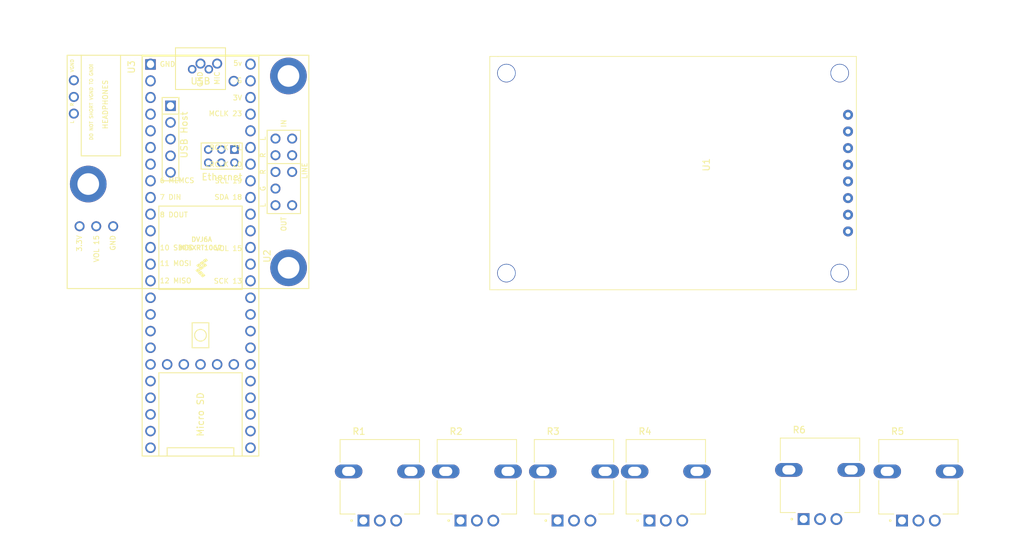
<source format=kicad_pcb>
(kicad_pcb (version 20240108) (generator "pcbnew") (generator_version "8.0")
  (layers (0 "F.Cu" signal) (31 "B.Cu" signal) (34 "B.Paste" user) (35 "F.Paste" user) (36 "B.SilkS" user "B.Silkscreen") (37 "F.SilkS" user "F.Silkscreen") (38 "B.Mask" user) (39 "F.Mask" user) (44 "Edge.Cuts" user))
  (net 0 "")
  (net 1 "Net-(U1-SDA)")
  (net 3 "Net-(U1-CS)")
  (net 4 "Net-(U1-SCL)")
  (net 5 "Net-(U1-RST)")
  (net 6 "Net-(U1-DC)")
  (net 76 "/SPI_SCK")
  (net 77 "/I2S_SDA")
  (net 78 "/I2S_TX")
  (net 79 "/SPI_CS")
  (net 80 "/I2S_MCLK")
  (net 81 "/I2S_RX")
  (net 82 "/I2S_BLCK")
  (net 83 "/I2S_SCL")
  (net 84 "/I2S_LRCLK")
  (net 85 "/SPI_MOSI")
  (net 86 "/3.3V")
  (net 88 "/ADSR_D")
  (net 89 "/ADSR_A")
  (net 90 "/ADSR_R")
  (net 91 "/ADSR_S")
  (net 93 "Net-(R1-SHIELD-PadS1)")
  (net 94 "Net-(R2-SHIELD-PadS1)")
  (net 95 "Net-(R3-SHIELD-PadS1)")
  (net 96 "Net-(R4-SHIELD-PadS1)")
  (net 97 "GND")
  (net 98 "/ModeSelect")
  (net 99 "/WaveFormSelector")
  (net 100 "/LFO_DEPTH")
  (net 101 "/LFO_RATE")
  (net 102 "LFOOut")
  (net 103 "AudioOut")
  (net 104 "Net-(R5-SHIELD-PadS1)")
  (net 105 "Net-(R6-SHIELD-PadS1)")
  (footprint "Library:Display_TFT_SPI_1.8" (layer "F.Cu") (at 115.68 29.49 -90)
    (property "Reference" "U1" (at 0 0 90) (layer "F.SilkS"))
    (property "Value" "Display_TFT_SPI_1.8")
    (fp_line (start -16.51 33.02) (end -16.51 31.75) (stroke (width 0.12)) (layer "F.SilkS"))
    (fp_line (start 19.05 33.02) (end -16.51 33.02) (stroke (width 0.12)) (layer "F.SilkS"))
    (fp_line (start -16.51 31.75) (end -16.51 -22.86) (stroke (width 0.12)) (layer "F.SilkS"))
    (fp_line (start 19.05 31.75) (end 19.05 33.02) (stroke (width 0.12)) (layer "F.SilkS"))
    (fp_line (start -16.51 -22.86) (end -12.7 -22.86) (stroke (width 0.12)) (layer "F.SilkS"))
    (fp_line (start 12.7 -22.86) (end -12.7 -22.86) (stroke (width 0.12)) (layer "F.SilkS"))
    (fp_line (start 12.7 -22.86) (end 19.05 -22.86) (stroke (width 0.12)) (layer "F.SilkS"))
    (fp_line (start 19.05 -22.86) (end 19.05 31.75) (stroke (width 0.12)) (layer "F.SilkS"))
    (pad "" thru_hole circle (at -13.97 -20.32 270) (size 2.8 2.8) (drill 2.6) (layers "*.Cu" "*.Mask"))
    (pad "" thru_hole circle (at -13.97 30.48 270) (size 2.8 2.8) (drill 2.6) (layers "*.Cu" "*.Mask"))
    (pad "" thru_hole circle (at 16.51 -20.32 270) (size 2.8 2.8) (drill 2.6) (layers "*.Cu" "*.Mask"))
    (pad "" thru_hole circle (at 16.51 30.48 270) (size 2.8 2.8) (drill 2.6) (layers "*.Cu" "*.Mask"))
    (pad "1" thru_hole circle (at -7.62 -21.59 270) (size 1.524 1.524) (drill 0.762) (layers "*.Cu" "*.Mask") (net 97 "GND"))
    (pad "2" thru_hole circle (at -5.08 -21.59 270) (size 1.524 1.524) (drill 0.762) (layers "*.Cu" "*.Mask") (net 86 "/3.3V"))
    (pad "3" thru_hole circle (at -2.54 -21.59 270) (size 1.524 1.524) (drill 0.762) (layers "*.Cu" "*.Mask") (net 4 "Net-(U1-SCL)"))
    (pad "4" thru_hole circle (at 0 -21.59 270) (size 1.524 1.524) (drill 0.762) (layers "*.Cu" "*.Mask") (net 1 "Net-(U1-SDA)"))
    (pad "5" thru_hole circle (at 2.54 -21.59 270) (size 1.524 1.524) (drill 0.762) (layers "*.Cu" "*.Mask") (net 5 "Net-(U1-RST)"))
    (pad "6" thru_hole circle (at 5.08 -21.59 270) (size 1.524 1.524) (drill 0.762) (layers "*.Cu" "*.Mask") (net 6 "Net-(U1-DC)"))
    (pad "7" thru_hole circle (at 7.62 -21.59 270) (size 1.524 1.524) (drill 0.762) (layers "*.Cu" "*.Mask") (net 3 "Net-(U1-CS)"))
    (pad "8" thru_hole circle (at 10.16 -21.59 270) (size 1.524 1.524) (drill 0.762) (layers "*.Cu" "*.Mask"))
  )
  (footprint "Library:TRIM_P0915N-FC15BR100K" (layer "F.Cu") (at 133 76)
    (property "Reference" "R6" (at -3.175 -6.096 0) (layer "F.SilkS"))
    (property "Value" "P0915N-FC15BR100K")
    (fp_line (start -6.05 -4.85) (end 6.05 -4.85) (stroke (width 0.127)) (layer "F.SilkS"))
    (fp_line (start -6.05 -1.4) (end -6.05 -4.85) (stroke (width 0.127)) (layer "F.SilkS"))
    (fp_line (start -6.05 6.5) (end -6.05 1.4) (stroke (width 0.127)) (layer "F.SilkS"))
    (fp_line (start -3.75 6.5) (end -6.05 6.5) (stroke (width 0.127)) (layer "F.SilkS"))
    (fp_line (start 6.05 -4.85) (end 6.05 -1.4) (stroke (width 0.127)) (layer "F.SilkS"))
    (fp_line (start 6.05 1.4) (end 6.05 6.5) (stroke (width 0.127)) (layer "F.SilkS"))
    (fp_line (start 6.05 6.5) (end 3.75 6.5) (stroke (width 0.127)) (layer "F.SilkS"))
    (fp_circle (center -4.3 7.5) (end -4.2 7.5) (stroke (width 0.2)) (fill none) (layer "F.SilkS"))
    (pad "1" thru_hole rect (at -2.5 7.5) (size 1.8 1.8) (drill 1.2) (layers "*.Cu" "*.Mask") (net 97 "GND"))
    (pad "2" thru_hole circle (at 0 7.5) (size 1.8 1.8) (drill 1.2) (layers "*.Cu" "*.Mask") (net 100 "/LFO_DEPTH"))
    (pad "3" thru_hole circle (at 2.5 7.5) (size 1.8 1.8) (drill 1.2) (layers "*.Cu" "*.Mask") (net 86 "/3.3V"))
    (pad "S1" thru_hole oval (at -4.75 0) (size 4.2 2.1) (drill oval 2 1.4) (layers "*.Cu" "*.Mask") (net 105 "Net-(R6-SHIELD-PadS1)"))
    (pad "S2" thru_hole oval (at 4.75 0) (size 4.2 2.1) (drill oval 2 1.4) (layers "*.Cu" "*.Mask") (net 105 "Net-(R6-SHIELD-PadS1)"))
  )
  (footprint "Library:TRIM_P0915N-FC15BR100K" (layer "F.Cu") (at 109.5 76.225)
    (property "Reference" "R4" (at -3.175 -6.096 360) (layer "F.SilkS"))
    (property "Value" "P0915N-FC15BR100K")
    (fp_line (start -6.05 -4.85) (end 6.05 -4.85) (stroke (width 0.127)) (layer "F.SilkS"))
    (fp_line (start -6.05 -1.4) (end -6.05 -4.85) (stroke (width 0.127)) (layer "F.SilkS"))
    (fp_line (start -6.05 6.5) (end -6.05 1.4) (stroke (width 0.127)) (layer "F.SilkS"))
    (fp_line (start -3.75 6.5) (end -6.05 6.5) (stroke (width 0.127)) (layer "F.SilkS"))
    (fp_line (start 6.05 -4.85) (end 6.05 -1.4) (stroke (width 0.127)) (layer "F.SilkS"))
    (fp_line (start 6.05 1.4) (end 6.05 6.5) (stroke (width 0.127)) (layer "F.SilkS"))
    (fp_line (start 6.05 6.5) (end 3.75 6.5) (stroke (width 0.127)) (layer "F.SilkS"))
    (fp_circle (center -4.3 7.5) (end -4.2 7.5) (stroke (width 0.2)) (fill none) (layer "F.SilkS"))
    (pad "1" thru_hole rect (at -2.5 7.5) (size 1.8 1.8) (drill 1.2) (layers "*.Cu" "*.Mask") (net 97 "GND"))
    (pad "2" thru_hole circle (at 0 7.5) (size 1.8 1.8) (drill 1.2) (layers "*.Cu" "*.Mask") (net 90 "/ADSR_R"))
    (pad "3" thru_hole circle (at 2.5 7.5) (size 1.8 1.8) (drill 1.2) (layers "*.Cu" "*.Mask") (net 86 "/3.3V"))
    (pad "S1" thru_hole oval (at -4.75 0) (size 4.2 2.1) (drill oval 2 1.4) (layers "*.Cu" "*.Mask") (net 96 "Net-(R4-SHIELD-PadS1)"))
    (pad "S2" thru_hole oval (at 4.75 0) (size 4.2 2.1) (drill oval 2 1.4) (layers "*.Cu" "*.Mask") (net 96 "Net-(R4-SHIELD-PadS1)"))
  )
  (footprint "Library:TRIM_P0915N-FC15BR100K" (layer "F.Cu") (at 95.5 76.225)
    (property "Reference" "R3" (at -3.175 -6.096 360) (layer "F.SilkS"))
    (property "Value" "P0915N-FC15BR100K")
    (fp_line (start -6.05 -4.85) (end 6.05 -4.85) (stroke (width 0.127)) (layer "F.SilkS"))
    (fp_line (start -6.05 -1.4) (end -6.05 -4.85) (stroke (width 0.127)) (layer "F.SilkS"))
    (fp_line (start -6.05 6.5) (end -6.05 1.4) (stroke (width 0.127)) (layer "F.SilkS"))
    (fp_line (start -3.75 6.5) (end -6.05 6.5) (stroke (width 0.127)) (layer "F.SilkS"))
    (fp_line (start 6.05 -4.85) (end 6.05 -1.4) (stroke (width 0.127)) (layer "F.SilkS"))
    (fp_line (start 6.05 1.4) (end 6.05 6.5) (stroke (width 0.127)) (layer "F.SilkS"))
    (fp_line (start 6.05 6.5) (end 3.75 6.5) (stroke (width 0.127)) (layer "F.SilkS"))
    (fp_circle (center -4.3 7.5) (end -4.2 7.5) (stroke (width 0.2)) (fill none) (layer "F.SilkS"))
    (pad "1" thru_hole rect (at -2.5 7.5) (size 1.8 1.8) (drill 1.2) (layers "*.Cu" "*.Mask") (net 97 "GND"))
    (pad "2" thru_hole circle (at 0 7.5) (size 1.8 1.8) (drill 1.2) (layers "*.Cu" "*.Mask") (net 91 "/ADSR_S"))
    (pad "3" thru_hole circle (at 2.5 7.5) (size 1.8 1.8) (drill 1.2) (layers "*.Cu" "*.Mask") (net 86 "/3.3V"))
    (pad "S1" thru_hole oval (at -4.75 0) (size 4.2 2.1) (drill oval 2 1.4) (layers "*.Cu" "*.Mask") (net 95 "Net-(R3-SHIELD-PadS1)"))
    (pad "S2" thru_hole oval (at 4.75 0) (size 4.2 2.1) (drill oval 2 1.4) (layers "*.Cu" "*.Mask") (net 95 "Net-(R3-SHIELD-PadS1)"))
  )
  (footprint "Library:TRIM_P0915N-FC15BR100K" (layer "F.Cu") (at 80.7 76.225)
    (property "Reference" "R2" (at -3.175 -6.096 360) (layer "F.SilkS"))
    (property "Value" "P0915N-FC15BR100K")
    (fp_line (start -6.05 -4.85) (end 6.05 -4.85) (stroke (width 0.127)) (layer "F.SilkS"))
    (fp_line (start -6.05 -1.4) (end -6.05 -4.85) (stroke (width 0.127)) (layer "F.SilkS"))
    (fp_line (start -6.05 6.5) (end -6.05 1.4) (stroke (width 0.127)) (layer "F.SilkS"))
    (fp_line (start -3.75 6.5) (end -6.05 6.5) (stroke (width 0.127)) (layer "F.SilkS"))
    (fp_line (start 6.05 -4.85) (end 6.05 -1.4) (stroke (width 0.127)) (layer "F.SilkS"))
    (fp_line (start 6.05 1.4) (end 6.05 6.5) (stroke (width 0.127)) (layer "F.SilkS"))
    (fp_line (start 6.05 6.5) (end 3.75 6.5) (stroke (width 0.127)) (layer "F.SilkS"))
    (fp_circle (center -4.3 7.5) (end -4.2 7.5) (stroke (width 0.2)) (fill none) (layer "F.SilkS"))
    (pad "1" thru_hole rect (at -2.5 7.5) (size 1.8 1.8) (drill 1.2) (layers "*.Cu" "*.Mask") (net 97 "GND"))
    (pad "2" thru_hole circle (at 0 7.5) (size 1.8 1.8) (drill 1.2) (layers "*.Cu" "*.Mask") (net 88 "/ADSR_D"))
    (pad "3" thru_hole circle (at 2.5 7.5) (size 1.8 1.8) (drill 1.2) (layers "*.Cu" "*.Mask") (net 86 "/3.3V"))
    (pad "S1" thru_hole oval (at -4.75 0) (size 4.2 2.1) (drill oval 2 1.4) (layers "*.Cu" "*.Mask") (net 94 "Net-(R2-SHIELD-PadS1)"))
    (pad "S2" thru_hole oval (at 4.75 0) (size 4.2 2.1) (drill oval 2 1.4) (layers "*.Cu" "*.Mask") (net 94 "Net-(R2-SHIELD-PadS1)"))
  )
  (footprint "Library:4.0audioshield" (layer "F.Cu") (at 30.95 14.07 -90)
    (property "Reference" "U3" (at 0.5207 2.89814 90) (layer "F.SilkS"))
    (property "Value" "Teensy4.0_AudioShield_REVD")
    (fp_line (start -1.27 12.7) (end -1.27 -24.13) (stroke (width 0.15)) (layer "F.SilkS"))
    (fp_line (start 34.29 12.7) (end -1.27 12.7) (stroke (width 0.15)) (layer "F.SilkS"))
    (fp_line (start 14.0589 10.5537) (end -1.26746 10.5537) (stroke (width 0.15)) (layer "F.SilkS"))
    (fp_line (start -1.26746 4.56438) (end 14.0589 4.56438) (stroke (width 0.15)) (layer "F.SilkS"))
    (fp_line (start 14.0589 4.56438) (end 14.0589 10.5537) (stroke (width 0.15)) (layer "F.SilkS"))
    (fp_line (start -1.27 1.27) (end 34.29 1.27) (stroke (width 0.15)) (layer "F.SilkS"))
    (fp_line (start 34.29 1.27) (end 34.29 -16.51) (stroke (width 0.15)) (layer "F.SilkS"))
    (fp_line (start -1.27 -16.51) (end -1.27 1.27) (stroke (width 0.15)) (layer "F.SilkS"))
    (fp_line (start 34.29 -16.51) (end -1.27 -16.51) (stroke (width 0.15)) (layer "F.SilkS"))
    (fp_line (start 10.16 -17.78) (end 15.24 -17.78) (stroke (width 0.15)) (layer "F.SilkS"))
    (fp_line (start 15.24 -17.78) (end 15.24 -22.86) (stroke (width 0.15)) (layer "F.SilkS"))
    (fp_line (start 22.86 -17.78) (end 15.24 -17.78) (stroke (width 0.15)) (layer "F.SilkS"))
    (fp_line (start 10.16 -22.86) (end 10.16 -17.78) (stroke (width 0.15)) (layer "F.SilkS"))
    (fp_line (start 15.24 -22.86) (end 10.16 -22.86) (stroke (width 0.15)) (layer "F.SilkS"))
    (fp_line (start 15.24 -22.86) (end 22.86 -22.86) (stroke (width 0.15)) (layer "F.SilkS"))
    (fp_line (start 22.86 -22.86) (end 22.86 -17.78) (stroke (width 0.15)) (layer "F.SilkS"))
    (fp_line (start -1.27 -24.13) (end 34.29 -24.13) (stroke (width 0.15)) (layer "F.SilkS"))
    (fp_line (start 34.29 -24.13) (end 34.29 12.7) (stroke (width 0.15)) (layer "F.SilkS"))
    (fp_text user "G" (at 2.57048 -13.563237 360) (layer "F.SilkS") (effects (font (size 0.762 0.762) (thickness 0.127))))
    (fp_text user "R" (at 13.97 -17.145 90) (layer "F.SilkS") (effects (font (size 0.762 0.762) (thickness 0.127))))
    (fp_text user "11 MOSI" (at 30.45206 -3.828566 360) (layer "F.SilkS") (effects (font (size 0.762 0.762) (thickness 0.127))))
    (fp_text user "LINE" (at 16.34236 -23.51024 90) (layer "F.SilkS") (effects (font (size 0.762 0.762) (thickness 0.127))))
    (fp_text user "3.3V" (at 27.40406 10.8458 90) (layer "F.SilkS") (effects (font (size 0.762 0.762) (thickness 0.127))))
    (fp_text user "GND" (at 27.331489 5.73278 90) (layer "F.SilkS") (effects (font (size 0.762 0.762) (thickness 0.127))))
    (fp_text user "R" (at 16.51 -17.145 90) (layer "F.SilkS") (effects (font (size 0.762 0.762) (thickness 0.127))))
    (fp_text user "HEADPHONES" (at 6.23316 6.88594 90) (layer "F.SilkS") (effects (font (size 0.762 0.762) (thickness 0.127))))
    (fp_text user "SCK 13" (at 33.14192 -11.80338 360) (layer "F.SilkS") (effects (font (size 0.762 0.762) (thickness 0.127))))
    (fp_text user "SDA 18" (at 20.35302 -11.857808 360) (layer "F.SilkS") (effects (font (size 0.762 0.762) (thickness 0.127))))
    (fp_text user "OUT" (at 24.4602 -20.31238 90) (layer "F.SilkS") (effects (font (size 0.762 0.762) (thickness 0.127))))
    (fp_text user "SCL 19" (at 17.86636 -11.875951 360) (layer "F.SilkS") (effects (font (size 0.762 0.762) (thickness 0.127))))
    (fp_text user "G" (at 19.05 -17.145 90) (layer "F.SilkS") (effects (font (size 0.762 0.762) (thickness 0.127))))
    (fp_text user "VOL 15" (at 28.220489 8.23976 90) (layer "F.SilkS") (effects (font (size 0.762 0.762) (thickness 0.127))))
    (fp_text user "DO NOT SHORT VGND TO GND!" (at 5.87756 9.02208 90) (layer "F.SilkS") (effects (font (size 0.508 0.508) (thickness 0.1016))))
    (fp_text user "L" (at 11.43 -17.145 90) (layer "F.SilkS") (effects (font (size 0.762 0.762) (thickness 0.127))))
    (fp_text user "7 DIN" (at 20.35302 -3.048423 360) (layer "F.SilkS") (effects (font (size 0.762 0.762) (thickness 0.127))))
    (fp_text user "10 SDCS" (at 28.067 -3.937423 360) (layer "F.SilkS") (effects (font (size 0.762 0.762) (thickness 0.127))))
    (fp_text user "BCLK 21" (at 12.79144 -11.476808 360) (layer "F.SilkS") (effects (font (size 0.762 0.762) (thickness 0.127))))
    (fp_text user "GND" (at 0.08636 -2.594852 360) (layer "F.SilkS") (effects (font (size 0.762 0.762) (thickness 0.127))))
    (fp_text user "GND" (at 2.3876 -7.56412 90) (layer "F.SilkS") (effects (font (size 0.762 0.762) (thickness 0.127))))
    (fp_text user "L" (at 21.59 -17.145 90) (layer "F.SilkS") (effects (font (size 0.762 0.762) (thickness 0.127))))
    (fp_text user "12 MISO" (at 33.09112 -3.828566 360) (layer "F.SilkS") (effects (font (size 0.762 0.762) (thickness 0.127))))
    (fp_text user "LRCLK 20" (at 15.3797 -11.16838 360) (layer "F.SilkS") (effects (font (size 0.762 0.762) (thickness 0.127))))
    (fp_text user "VGND" (at 0.32258 11.94054 90) (layer "F.SilkS") (effects (font (size 0.508 0.508) (thickness 0.1016))))
    (fp_text user "3V" (at 5.20954 -13.254808 360) (layer "F.SilkS") (effects (font (size 0.762 0.762) (thickness 0.127))))
    (fp_text user "VOL 15" (at 28.1686 -11.894094 360) (layer "F.SilkS") (effects (font (size 0.762 0.762) (thickness 0.127))))
    (fp_text user "8 DOUT" (at 23.04288 -3.556423 360) (layer "F.SilkS") (effects (font (size 0.762 0.762) (thickness 0.127))))
    (fp_text user "IN" (at 9.1186 -20.30984 90) (layer "F.SilkS") (effects (font (size 0.762 0.762) (thickness 0.127))))
    (fp_text user "5v" (at -0.05588 -13.291094 360) (layer "F.SilkS") (effects (font (size 0.762 0.762) (thickness 0.127))))
    (fp_text user "L" (at 8.90524 11.94054 90) (layer "F.SilkS") (effects (font (size 0.508 0.508) (thickness 0.1016))))
    (fp_text user "MIC" (at 2.224314 -10.15238 90) (layer "F.SilkS") (effects (font (size 0.762 0.762) (thickness 0.127))))
    (fp_text user "MCLK 23" (at 7.61492 -11.42238 360) (layer "F.SilkS") (effects (font (size 0.762 0.762) (thickness 0.127))))
    (fp_text user "R" (at 6.23316 11.94054 90) (layer "F.SilkS") (effects (font (size 0.508 0.508) (thickness 0.1016))))
    (fp_text user "6 MEMCS" (at 17.81556 -4.04628 360) (layer "F.SilkS") (effects (font (size 0.762 0.762) (thickness 0.127))))
    (pad "" thru_hole circle (at 1.88468 -21.02612 270) (size 5.588 5.588) (drill 3.302) (layers "*.Cu"))
    (pad "" thru_hole circle (at 18.35912 9.48944 270) (size 5.588 5.588) (drill 3.302) (layers "*.Cu"))
    (pad "" thru_hole circle (at 31.12262 -21.04644 270) (size 5.588 5.588) (drill 3.302) (layers "*.Cu"))
    (pad "1" thru_hole oval (at 0 0 270) (size 1.524 1.524) (drill 1.016) (layers "*.Cu" "*.Mask") (net 97 "GND"))
    (pad "2" thru_hole oval (at 2.54 0 270) (size 1.524 1.524) (drill 1.016) (layers "*.Cu" "*.Mask"))
    (pad "3" thru_hole oval (at 5.08 0 270) (size 1.524 1.524) (drill 1.016) (layers "*.Cu" "*.Mask"))
    (pad "4" thru_hole oval (at 7.62 0 270) (size 1.524 1.524) (drill 1.016) (layers "*.Cu" "*.Mask"))
    (pad "5" thru_hole oval (at 10.16 0 270) (size 1.524 1.524) (drill 1.016) (layers "*.Cu" "*.Mask"))
    (pad "6" thru_hole oval (at 12.7 0 270) (size 1.524 1.524) (drill 1.016) (layers "*.Cu" "*.Mask"))
    (pad "7" thru_hole oval (at 15.24 0 270) (size 1.524 1.524) (drill 1.016) (layers "*.Cu" "*.Mask"))
    (pad "8" thru_hole oval (at 17.78 0 270) (size 1.524 1.524) (drill 1.016) (layers "*.Cu" "*.Mask"))
    (pad "9" thru_hole oval (at 20.32 0 270) (size 1.524 1.524) (drill 1.016) (layers "*.Cu" "*.Mask") (net 81 "/I2S_RX"))
    (pad "10" thru_hole oval (at 22.86 0 270) (size 1.524 1.524) (drill 1.016) (layers "*.Cu" "*.Mask") (net 78 "/I2S_TX"))
    (pad "11" thru_hole oval (at 25.4 0 270) (size 1.524 1.524) (drill 1.016) (layers "*.Cu" "*.Mask"))
    (pad "12" thru_hole oval (at 27.94 0 270) (size 1.524 1.524) (drill 1.016) (layers "*.Cu" "*.Mask") (net 79 "/SPI_CS"))
    (pad "13" thru_hole oval (at 30.48 0 270) (size 1.524 1.524) (drill 1.016) (layers "*.Cu" "*.Mask") (net 85 "/SPI_MOSI"))
    (pad "14" thru_hole oval (at 33.02 0 270) (size 1.524 1.524) (drill 1.016) (layers "*.Cu" "*.Mask"))
    (pad "15" thru_hole oval (at 0 -10.16 270) (size 1.524 1.524) (drill 1.016) (layers "*.Cu" "*.Mask"))
    (pad "16" thru_hole oval (at 0 -7.62 270) (size 1.524 1.524) (drill 1.016) (layers "*.Cu" "*.Mask"))
    (pad "17" thru_hole oval (at 33.02 -15.24 270) (size 1.524 1.524) (drill 1.016) (layers "*.Cu" "*.Mask") (net 76 "/SPI_SCK"))
    (pad "18" thru_hole oval (at 30.48 -15.24 270) (size 1.524 1.524) (drill 1.016) (layers "*.Cu" "*.Mask"))
    (pad "19" thru_hole oval (at 27.94 -15.24 270) (size 1.524 1.524) (drill 1.016) (layers "*.Cu" "*.Mask"))
    (pad "20" thru_hole oval (at 25.4 -15.24 270) (size 1.524 1.524) (drill 1.016) (layers "*.Cu" "*.Mask"))
    (pad "21" thru_hole oval (at 22.86 -15.24 270) (size 1.524 1.524) (drill 1.016) (layers "*.Cu" "*.Mask"))
    (pad "22" thru_hole oval (at 20.32 -15.24 270) (size 1.524 1.524) (drill 1.016) (layers "*.Cu" "*.Mask") (net 77 "/I2S_SDA"))
    (pad "23" thru_hole oval (at 17.78 -15.24 270) (size 1.524 1.524) (drill 1.016) (layers "*.Cu" "*.Mask") (net 83 "/I2S_SCL"))
    (pad "24" thru_hole oval (at 15.24 -15.24 270) (size 1.524 1.524) (drill 1.016) (layers "*.Cu" "*.Mask") (net 84 "/I2S_LRCLK"))
    (pad "25" thru_hole oval (at 12.7 -15.24 270) (size 1.524 1.524) (drill 1.016) (layers "*.Cu" "*.Mask") (net 82 "/I2S_BLCK"))
    (pad "26" thru_hole oval (at 10.16 -15.24 270) (size 1.524 1.524) (drill 1.016) (layers "*.Cu" "*.Mask"))
    (pad "27" thru_hole oval (at 7.62 -15.24 270) (size 1.524 1.524) (drill 1.016) (layers "*.Cu" "*.Mask") (net 80 "/I2S_MCLK"))
    (pad "28" thru_hole oval (at 5.08 -15.24 270) (size 1.524 1.524) (drill 1.016) (layers "*.Cu" "*.Mask"))
    (pad "29" thru_hole oval (at 2.54 -15.24 270) (size 1.524 1.524) (drill 1.016) (layers "*.Cu" "*.Mask"))
    (pad "30" thru_hole oval (at 0 -15.24 270) (size 1.524 1.524) (drill 1.016) (layers "*.Cu" "*.Mask"))
    (pad "31" thru_hole circle (at 21.59 -19.05 270) (size 1.524 1.524) (drill 1.016) (layers "*.Cu" "*.Mask") (net 102 "LFOOut"))
    (pad "32" thru_hole circle (at 19.05 -19.05 270) (size 1.524 1.524) (drill 1.016) (layers "*.Cu" "*.Mask") (net 97 "GND"))
    (pad "33" thru_hole circle (at 16.51 -19.05 270) (size 1.524 1.524) (drill 1.016) (layers "*.Cu" "*.Mask") (net 103 "AudioOut"))
    (pad "34" thru_hole circle (at 13.97 -19.05 270) (size 1.524 1.524) (drill 1.016) (layers "*.Cu" "*.Mask"))
    (pad "35" thru_hole circle (at 11.43 -19.05 270) (size 1.524 1.524) (drill 1.016) (layers "*.Cu" "*.Mask"))
    (pad "36" thru_hole circle (at 13.97 -21.59 270) (size 1.524 1.524) (drill 1.016) (layers "*.Cu" "*.Mask"))
    (pad "37" thru_hole circle (at 11.43 -21.59 270) (size 1.524 1.524) (drill 1.016) (layers "*.Cu" "*.Mask"))
    (pad "38" thru_hole circle (at 24.7904 5.69214 270) (size 1.524 1.524) (drill 1.016) (layers "*.Cu" "*.Mask"))
    (pad "39" thru_hole circle (at 24.7904 8.27278 270) (size 1.524 1.524) (drill 1.016) (layers "*.Cu" "*.Mask"))
    (pad "40" thru_hole circle (at 24.7904 10.81024 270) (size 1.524 1.524) (drill 1.016) (layers "*.Cu" "*.Mask"))
    (pad "41" thru_hole oval (at 7.62 11.684 270) (size 1.524 1.524) (drill 1.016) (layers "*.Cu" "*.Mask"))
    (pad "42" thru_hole oval (at 5.08 11.684 270) (size 1.524 1.524) (drill 1.016) (layers "*.Cu" "*.Mask"))
    (pad "43" thru_hole oval (at 2.54 11.684 270) (size 1.524 1.524) (drill 1.016) (layers "*.Cu" "*.Mask"))
    (pad "45" thru_hole circle (at 16.51 -21.59 270) (size 1.524 1.524) (drill 1.016) (layers "*.Cu" "*.Mask"))
    (pad "46" thru_hole circle (at 21.59 -21.59 270) (size 1.524 1.524) (drill 1.016) (layers "*.Cu" "*.Mask"))
  )
  (footprint "Library:Teensy41" (layer "F.Cu") (at 38.5692 43.4108 -90)
    (property "Reference" "U2" (at 0 -10.16 90) (layer "F.SilkS"))
    (property "Value" "Teensy4.1")
    (fp_line (start -30.48 8.89) (end -30.48 -8.89) (stroke (width 0.15)) (layer "F.SilkS"))
    (fp_line (start 30.48 8.89) (end -30.48 8.89) (stroke (width 0.15)) (layer "F.SilkS"))
    (fp_line (start -7.62 6.35) (end 5.08 6.35) (stroke (width 0.15)) (layer "F.SilkS"))
    (fp_line (start 5.08 6.35) (end 5.08 -6.35) (stroke (width 0.15)) (layer "F.SilkS"))
    (fp_line (start 17.78 6.35) (end 30.48 6.35) (stroke (width 0.15)) (layer "F.SilkS"))
    (fp_line (start -24.1808 5.8392) (end -24.1808 3.2992) (stroke (width 0.15)) (layer "F.SilkS"))
    (fp_line (start -11.4808 5.8392) (end -24.1808 5.8392) (stroke (width 0.15)) (layer "F.SilkS"))
    (fp_line (start 29.21 5.08) (end 30.48 5.08) (stroke (width 0.15)) (layer "F.SilkS"))
    (fp_line (start -31.75 3.81) (end -31.75 -3.81) (stroke (width 0.15)) (layer "F.SilkS"))
    (fp_line (start -30.48 3.81) (end -31.75 3.81) (stroke (width 0.15)) (layer "F.SilkS"))
    (fp_line (start -25.4 3.81) (end -30.48 3.81) (stroke (width 0.15)) (layer "F.SilkS"))
    (fp_line (start -25.4 3.81) (end -25.4 -3.81) (stroke (width 0.15)) (layer "F.SilkS"))
    (fp_line (start -24.1808 3.2992) (end -21.6408 3.2992) (stroke (width 0.15)) (layer "F.SilkS"))
    (fp_line (start -24.1808 3.2992) (end -11.4808 3.2992) (stroke (width 0.15)) (layer "F.SilkS"))
    (fp_line (start -21.6408 3.2992) (end -21.6408 5.8392) (stroke (width 0.15)) (layer "F.SilkS"))
    (fp_line (start -11.4808 3.2992) (end -11.4808 5.8392) (stroke (width 0.15)) (layer "F.SilkS"))
    (fp_line (start 10.16 1.27) (end 10.16 -1.27) (stroke (width 0.15)) (layer "F.SilkS"))
    (fp_line (start 13.97 1.27) (end 10.16 1.27) (stroke (width 0.15)) (layer "F.SilkS"))
    (fp_line (start -17.25 -0.1016) (end -13.25 -0.1016) (stroke (width 0.15)) (layer "F.SilkS"))
    (fp_line (start -13.25 -0.1016) (end -13.25 -6.3516) (stroke (width 0.15)) (layer "F.SilkS"))
    (fp_line (start 10.16 -1.27) (end 13.97 -1.27) (stroke (width 0.15)) (layer "F.SilkS"))
    (fp_line (start 13.97 -1.27) (end 13.97 1.27) (stroke (width 0.15)) (layer "F.SilkS"))
    (fp_line (start -31.75 -3.81) (end -30.48 -3.81) (stroke (width 0.15)) (layer "F.SilkS"))
    (fp_line (start -25.4 -3.81) (end -30.48 -3.81) (stroke (width 0.15)) (layer "F.SilkS"))
    (fp_line (start 29.21 -5.08) (end 29.21 5.08) (stroke (width 0.15)) (layer "F.SilkS"))
    (fp_line (start 30.48 -5.08) (end 29.21 -5.08) (stroke (width 0.15)) (layer "F.SilkS"))
    (fp_line (start -17.25 -6.1016) (end -17.25 -0.1016) (stroke (width 0.15)) (layer "F.SilkS"))
    (fp_line (start -7.62 -6.35) (end -7.62 6.35) (stroke (width 0.15)) (layer "F.SilkS"))
    (fp_line (start 5.08 -6.35) (end -7.62 -6.35) (stroke (width 0.15)) (layer "F.SilkS"))
    (fp_line (start 17.78 -6.35) (end 17.78 6.35) (stroke (width 0.15)) (layer "F.SilkS"))
    (fp_line (start 30.48 -6.35) (end 17.78 -6.35) (stroke (width 0.15)) (layer "F.SilkS"))
    (fp_line (start -17.25 -6.3516) (end -17.25 -6.1016) (stroke (width 0.15)) (layer "F.SilkS"))
    (fp_line (start -13.25 -6.3516) (end -17.25 -6.3516) (stroke (width 0.15)) (layer "F.SilkS"))
    (fp_line (start -30.48 -8.89) (end 30.48 -8.89) (stroke (width 0.15)) (layer "F.SilkS"))
    (fp_line (start 30.48 -8.89) (end 30.48 8.89) (stroke (width 0.15)) (layer "F.SilkS"))
    (fp_circle (center 12.065 0) (end 12.7 -0.635) (stroke (width 0.15)) (fill none) (layer "F.SilkS"))
    (fp_poly (pts (xy 2.435 0.455) (xy 2.181 0.709) (xy 1.927 0.328) (xy 2.181 0.074)) (stroke (width 0.1)) (fill solid) (layer "F.SilkS"))
    (fp_poly (pts (xy 1.673 0.328) (xy 1.419 0.582) (xy 1.165 0.201) (xy 1.419 -0.053)) (stroke (width 0.1)) (fill solid) (layer "F.SilkS"))
    (fp_poly (pts (xy 2.816 0.074) (xy 2.562 0.328) (xy 2.308 -0.053) (xy 2.562 -0.307)) (stroke (width 0.1)) (fill solid) (layer "F.SilkS"))
    (fp_poly (pts (xy 2.054 -0.053) (xy 1.8 0.201) (xy 1.546 -0.18) (xy 1.8 -0.434)) (stroke (width 0.1)) (fill solid) (layer "F.SilkS"))
    (fp_poly (pts (xy 1.292 -0.18) (xy 1.038 0.074) (xy 0.784 -0.307) (xy 1.038 -0.561)) (stroke (width 0.1)) (fill solid) (layer "F.SilkS"))
    (fp_poly (pts (xy 3.197 -0.307) (xy 2.943 -0.053) (xy 2.689 -0.434) (xy 2.943 -0.688)) (stroke (width 0.1)) (fill solid) (layer "F.SilkS"))
    (fp_poly (pts (xy 1.673 -0.561) (xy 1.419 -0.307) (xy 1.165 -0.688) (xy 1.419 -0.942)) (stroke (width 0.1)) (fill solid) (layer "F.SilkS"))
    (fp_poly (pts (xy 0.911 -0.688) (xy 0.657 -0.434) (xy 0.403 -0.815) (xy 0.657 -1.069)) (stroke (width 0.1)) (fill solid) (layer "F.SilkS"))
    (fp_text user "USB Host" (at -18.4658 2.4892 90) (layer "F.SilkS"))
    (fp_text user "MIMXRT1062" (at -1.27 0 360) (layer "F.SilkS") (effects (font (size 0.7 0.7))))
    (fp_text user "Ethernet" (at -12.065 -3.2766 360) (layer "F.SilkS"))
    (fp_text user "DVJ6A" (at -2.54 -0.18 360) (layer "F.SilkS") (effects (font (size 0.7 0.7))))
    (fp_text user "Micro SD" (at 24.13 0 90) (layer "F.SilkS"))
    (fp_text user "USB" (at -26.67 0 360) (layer "F.SilkS"))
    (pad "1" thru_hole rect (at -29.21 7.62 270) (size 1.6 1.6) (drill 1.1) (layers "*.Cu" "*.Mask") (net 97 "GND"))
    (pad "2" thru_hole circle (at -26.67 7.62 270) (size 1.6 1.6) (drill 1.1) (layers "*.Cu" "*.Mask"))
    (pad "3" thru_hole circle (at -24.13 7.62 270) (size 1.6 1.6) (drill 1.1) (layers "*.Cu" "*.Mask"))
    (pad "4" thru_hole circle (at -21.59 7.62 270) (size 1.6 1.6) (drill 1.1) (layers "*.Cu" "*.Mask"))
    (pad "5" thru_hole circle (at -19.05 7.62 270) (size 1.6 1.6) (drill 1.1) (layers "*.Cu" "*.Mask"))
    (pad "6" thru_hole circle (at -16.51 7.62 270) (size 1.6 1.6) (drill 1.1) (layers "*.Cu" "*.Mask"))
    (pad "7" thru_hole circle (at -13.97 7.62 270) (size 1.6 1.6) (drill 1.1) (layers "*.Cu" "*.Mask"))
    (pad "8" thru_hole circle (at -11.43 7.62 270) (size 1.6 1.6) (drill 1.1) (layers "*.Cu" "*.Mask"))
    (pad "9" thru_hole circle (at -8.89 7.62 270) (size 1.6 1.6) (drill 1.1) (layers "*.Cu" "*.Mask") (net 81 "/I2S_RX"))
    (pad "10" thru_hole circle (at -6.35 7.62 270) (size 1.6 1.6) (drill 1.1) (layers "*.Cu" "*.Mask") (net 78 "/I2S_TX"))
    (pad "11" thru_hole circle (at -3.81 7.62 270) (size 1.6 1.6) (drill 1.1) (layers "*.Cu" "*.Mask"))
    (pad "12" thru_hole circle (at -1.27 7.62 270) (size 1.6 1.6) (drill 1.1) (layers "*.Cu" "*.Mask") (net 79 "/SPI_CS"))
    (pad "13" thru_hole circle (at 1.27 7.62 270) (size 1.6 1.6) (drill 1.1) (layers "*.Cu" "*.Mask") (net 85 "/SPI_MOSI"))
    (pad "14" thru_hole circle (at 3.81 7.62 270) (size 1.6 1.6) (drill 1.1) (layers "*.Cu" "*.Mask"))
    (pad "15" thru_hole circle (at 6.35 7.62 270) (size 1.6 1.6) (drill 1.1) (layers "*.Cu" "*.Mask") (net 86 "/3.3V"))
    (pad "16" thru_hole circle (at 8.89 7.62 270) (size 1.6 1.6) (drill 1.1) (layers "*.Cu" "*.Mask") (net 101 "/LFO_RATE"))
    (pad "17" thru_hole circle (at 11.43 7.62 270) (size 1.6 1.6) (drill 1.1) (layers "*.Cu" "*.Mask") (net 100 "/LFO_DEPTH"))
    (pad "18" thru_hole circle (at 13.97 7.62 270) (size 1.6 1.6) (drill 1.1) (layers "*.Cu" "*.Mask") (net 1 "Net-(U1-SDA)"))
    (pad "19" thru_hole circle (at 16.51 7.62 270) (size 1.6 1.6) (drill 1.1) (layers "*.Cu" "*.Mask") (net 4 "Net-(U1-SCL)"))
    (pad "20" thru_hole circle (at 19.05 7.62 270) (size 1.6 1.6) (drill 1.1) (layers "*.Cu" "*.Mask") (net 5 "Net-(U1-RST)"))
    (pad "21" thru_hole circle (at 21.59 7.62 270) (size 1.6 1.6) (drill 1.1) (layers "*.Cu" "*.Mask") (net 6 "Net-(U1-DC)"))
    (pad "22" thru_hole circle (at 24.13 7.62 270) (size 1.6 1.6) (drill 1.1) (layers "*.Cu" "*.Mask") (net 3 "Net-(U1-CS)"))
    (pad "23" thru_hole circle (at 26.67 7.62 270) (size 1.6 1.6) (drill 1.1) (layers "*.Cu" "*.Mask"))
    (pad "24" thru_hole circle (at 29.21 7.62 270) (size 1.6 1.6) (drill 1.1) (layers "*.Cu" "*.Mask"))
    (pad "25" thru_hole circle (at 29.21 -7.62 270) (size 1.6 1.6) (drill 1.1) (layers "*.Cu" "*.Mask"))
    (pad "26" thru_hole circle (at 26.67 -7.62 270) (size 1.6 1.6) (drill 1.1) (layers "*.Cu" "*.Mask"))
    (pad "27" thru_hole circle (at 24.13 -7.62 270) (size 1.6 1.6) (drill 1.1) (layers "*.Cu" "*.Mask"))
    (pad "28" thru_hole circle (at 21.59 -7.62 270) (size 1.6 1.6) (drill 1.1) (layers "*.Cu" "*.Mask") (net 99 "/WaveFormSelector"))
    (pad "29" thru_hole circle (at 19.05 -7.62 270) (size 1.6 1.6) (drill 1.1) (layers "*.Cu" "*.Mask") (net 98 "/ModeSelect"))
    (pad "30" thru_hole circle (at 16.51 -7.62 270) (size 1.6 1.6) (drill 1.1) (layers "*.Cu" "*.Mask") (net 89 "/ADSR_A"))
    (pad "31" thru_hole circle (at 13.97 -7.62 270) (size 1.6 1.6) (drill 1.1) (layers "*.Cu" "*.Mask") (net 88 "/ADSR_D"))
    (pad "32" thru_hole circle (at 11.43 -7.62 270) (size 1.6 1.6) (drill 1.1) (layers "*.Cu" "*.Mask") (net 91 "/ADSR_S"))
    (pad "33" thru_hole circle (at 8.89 -7.62 270) (size 1.6 1.6) (drill 1.1) (layers "*.Cu" "*.Mask") (net 90 "/ADSR_R"))
    (pad "34" thru_hole circle (at 6.35 -7.62 270) (size 1.6 1.6) (drill 1.1) (layers "*.Cu" "*.Mask"))
    (pad "35" thru_hole circle (at 3.81 -7.62 270) (size 1.6 1.6) (drill 1.1) (layers "*.Cu" "*.Mask") (net 76 "/SPI_SCK"))
    (pad "36" thru_hole circle (at 1.27 -7.62 270) (size 1.6 1.6) (drill 1.1) (layers "*.Cu" "*.Mask"))
    (pad "37" thru_hole circle (at -1.27 -7.62 270) (size 1.6 1.6) (drill 1.1) (layers "*.Cu" "*.Mask"))
    (pad "38" thru_hole circle (at -3.81 -7.62 270) (size 1.6 1.6) (drill 1.1) (layers "*.Cu" "*.Mask"))
    (pad "39" thru_hole circle (at -6.35 -7.62 270) (size 1.6 1.6) (drill 1.1) (layers "*.Cu" "*.Mask"))
    (pad "40" thru_hole circle (at -8.89 -7.62 270) (size 1.6 1.6) (drill 1.1) (layers "*.Cu" "*.Mask") (net 77 "/I2S_SDA"))
    (pad "41" thru_hole circle (at -11.43 -7.62 270) (size 1.6 1.6) (drill 1.1) (layers "*.Cu" "*.Mask") (net 83 "/I2S_SCL"))
    (pad "42" thru_hole circle (at -13.97 -7.62 270) (size 1.6 1.6) (drill 1.1) (layers "*.Cu" "*.Mask") (net 84 "/I2S_LRCLK"))
    (pad "43" thru_hole circle (at -16.51 -7.62 270) (size 1.6 1.6) (drill 1.1) (layers "*.Cu" "*.Mask") (net 82 "/I2S_BLCK"))
    (pad "44" thru_hole circle (at -19.05 -7.62 270) (size 1.6 1.6) (drill 1.1) (layers "*.Cu" "*.Mask"))
    (pad "45" thru_hole circle (at -21.59 -7.62 270) (size 1.6 1.6) (drill 1.1) (layers "*.Cu" "*.Mask") (net 80 "/I2S_MCLK"))
    (pad "46" thru_hole circle (at -24.13 -7.62 270) (size 1.6 1.6) (drill 1.1) (layers "*.Cu" "*.Mask"))
    (pad "47" thru_hole circle (at -26.67 -7.62 270) (size 1.6 1.6) (drill 1.1) (layers "*.Cu" "*.Mask"))
    (pad "48" thru_hole circle (at -29.21 -7.62 270) (size 1.6 1.6) (drill 1.1) (layers "*.Cu" "*.Mask"))
    (pad "49" thru_hole circle (at -26.67 -5.08 270) (size 1.6 1.6) (drill 1.1) (layers "*.Cu" "*.Mask"))
    (pad "50" thru_hole circle (at 16.51 5.08 270) (size 1.6 1.6) (drill 1.1) (layers "*.Cu" "*.Mask"))
    (pad "51" thru_hole circle (at 16.51 2.54 270) (size 1.6 1.6) (drill 1.1) (layers "*.Cu" "*.Mask"))
    (pad "52" thru_hole circle (at 16.51 0 270) (size 1.6 1.6) (drill 1.1) (layers "*.Cu" "*.Mask"))
    (pad "53" thru_hole circle (at 16.51 -2.54 270) (size 1.6 1.6) (drill 1.1) (layers "*.Cu" "*.Mask"))
    (pad "54" thru_hole circle (at 16.51 -5.08 270) (size 1.6 1.6) (drill 1.1) (layers "*.Cu" "*.Mask"))
    (pad "55" thru_hole rect (at -22.9108 4.5692 270) (size 1.6 1.6) (drill 1.1) (layers "*.Cu" "*.Mask"))
    (pad "56" thru_hole circle (at -20.3708 4.5692 270) (size 1.6 1.6) (drill 1.1) (layers "*.Cu" "*.Mask"))
    (pad "57" thru_hole circle (at -17.8308 4.5692 270) (size 1.6 1.6) (drill 1.1) (layers "*.Cu" "*.Mask"))
    (pad "58" thru_hole circle (at -15.2908 4.5692 270) (size 1.6 1.6) (drill 1.1) (layers "*.Cu" "*.Mask"))
    (pad "59" thru_hole circle (at -12.7508 4.5692 270) (size 1.6 1.6) (drill 1.1) (layers "*.Cu" "*.Mask"))
    (pad "60" thru_hole rect (at -16.24 -5.1816 270) (size 1.3 1.3) (drill 0.8) (layers "*.Cu" "*.Mask"))
    (pad "61" thru_hole circle (at -16.24 -3.1816 270) (size 1.3 1.3) (drill 0.8) (layers "*.Cu" "*.Mask"))
    (pad "62" thru_hole circle (at -16.24 -1.1816 270) (size 1.3 1.3) (drill 0.8) (layers "*.Cu" "*.Mask"))
    (pad "63" thru_hole circle (at -14.24 -1.1816 270) (size 1.3 1.3) (drill 0.8) (layers "*.Cu" "*.Mask"))
    (pad "64" thru_hole circle (at -14.24 -3.1816 270) (size 1.3 1.3) (drill 0.8) (layers "*.Cu" "*.Mask"))
    (pad "65" thru_hole circle (at -14.24 -5.1816 270) (size 1.3 1.3) (drill 0.8) (layers "*.Cu" "*.Mask"))
    (pad "66" thru_hole circle (at -28.48 -1.27 270) (size 1.3 1.3) (drill 0.8) (layers "*.Cu" "*.Mask"))
    (pad "67" thru_hole circle (at -28.48 1.27 270) (size 1.3 1.3) (drill 0.8) (layers "*.Cu" "*.Mask"))
  )
  (footprint "Library:TRIM_P0915N-FC15BR100K" (layer "F.Cu") (at 148 76.225)
    (property "Reference" "R5" (at -3.175 -6.096 0) (layer "F.SilkS"))
    (property "Value" "P0915N-FC15BR100K")
    (fp_line (start -6.05 -4.85) (end 6.05 -4.85) (stroke (width 0.127)) (layer "F.SilkS"))
    (fp_line (start -6.05 -1.4) (end -6.05 -4.85) (stroke (width 0.127)) (layer "F.SilkS"))
    (fp_line (start -6.05 6.5) (end -6.05 1.4) (stroke (width 0.127)) (layer "F.SilkS"))
    (fp_line (start -3.75 6.5) (end -6.05 6.5) (stroke (width 0.127)) (layer "F.SilkS"))
    (fp_line (start 6.05 -4.85) (end 6.05 -1.4) (stroke (width 0.127)) (layer "F.SilkS"))
    (fp_line (start 6.05 1.4) (end 6.05 6.5) (stroke (width 0.127)) (layer "F.SilkS"))
    (fp_line (start 6.05 6.5) (end 3.75 6.5) (stroke (width 0.127)) (layer "F.SilkS"))
    (fp_circle (center -4.3 7.5) (end -4.2 7.5) (stroke (width 0.2)) (fill none) (layer "F.SilkS"))
    (pad "1" thru_hole rect (at -2.5 7.5) (size 1.8 1.8) (drill 1.2) (layers "*.Cu" "*.Mask") (net 97 "GND"))
    (pad "2" thru_hole circle (at 0 7.5) (size 1.8 1.8) (drill 1.2) (layers "*.Cu" "*.Mask") (net 101 "/LFO_RATE"))
    (pad "3" thru_hole circle (at 2.5 7.5) (size 1.8 1.8) (drill 1.2) (layers "*.Cu" "*.Mask") (net 86 "/3.3V"))
    (pad "S1" thru_hole oval (at -4.75 0) (size 4.2 2.1) (drill oval 2 1.4) (layers "*.Cu" "*.Mask") (net 104 "Net-(R5-SHIELD-PadS1)"))
    (pad "S2" thru_hole oval (at 4.75 0) (size 4.2 2.1) (drill oval 2 1.4) (layers "*.Cu" "*.Mask") (net 104 "Net-(R5-SHIELD-PadS1)"))
  )
  (footprint "Library:TRIM_P0915N-FC15BR100K" (layer "F.Cu") (at 65.9 76.225)
    (property "Reference" "R1" (at -3.175 -6.096 360) (layer "F.SilkS"))
    (property "Value" "P0915N-FC15BR100K")
    (fp_line (start -6.05 -4.85) (end 6.05 -4.85) (stroke (width 0.127)) (layer "F.SilkS"))
    (fp_line (start -6.05 -1.4) (end -6.05 -4.85) (stroke (width 0.127)) (layer "F.SilkS"))
    (fp_line (start -6.05 6.5) (end -6.05 1.4) (stroke (width 0.127)) (layer "F.SilkS"))
    (fp_line (start -3.75 6.5) (end -6.05 6.5) (stroke (width 0.127)) (layer "F.SilkS"))
    (fp_line (start 6.05 -4.85) (end 6.05 -1.4) (stroke (width 0.127)) (layer "F.SilkS"))
    (fp_line (start 6.05 1.4) (end 6.05 6.5) (stroke (width 0.127)) (layer "F.SilkS"))
    (fp_line (start 6.05 6.5) (end 3.75 6.5) (stroke (width 0.127)) (layer "F.SilkS"))
    (fp_circle (center -4.3 7.5) (end -4.2 7.5) (stroke (width 0.2)) (fill none) (layer "F.SilkS"))
    (pad "1" thru_hole rect (at -2.5 7.5) (size 1.8 1.8) (drill 1.2) (layers "*.Cu" "*.Mask") (net 97 "GND"))
    (pad "2" thru_hole circle (at 0 7.5) (size 1.8 1.8) (drill 1.2) (layers "*.Cu" "*.Mask") (net 89 "/ADSR_A"))
    (pad "3" thru_hole circle (at 2.5 7.5) (size 1.8 1.8) (drill 1.2) (layers "*.Cu" "*.Mask") (net 86 "/3.3V"))
    (pad "S1" thru_hole oval (at -4.75 0) (size 4.2 2.1) (drill oval 2 1.4) (layers "*.Cu" "*.Mask") (net 93 "Net-(R1-SHIELD-PadS1)"))
    (pad "S2" thru_hole oval (at 4.75 0) (size 4.2 2.1) (drill oval 2 1.4) (layers "*.Cu" "*.Mask") (net 93 "Net-(R1-SHIELD-PadS1)"))
  )
)
</source>
